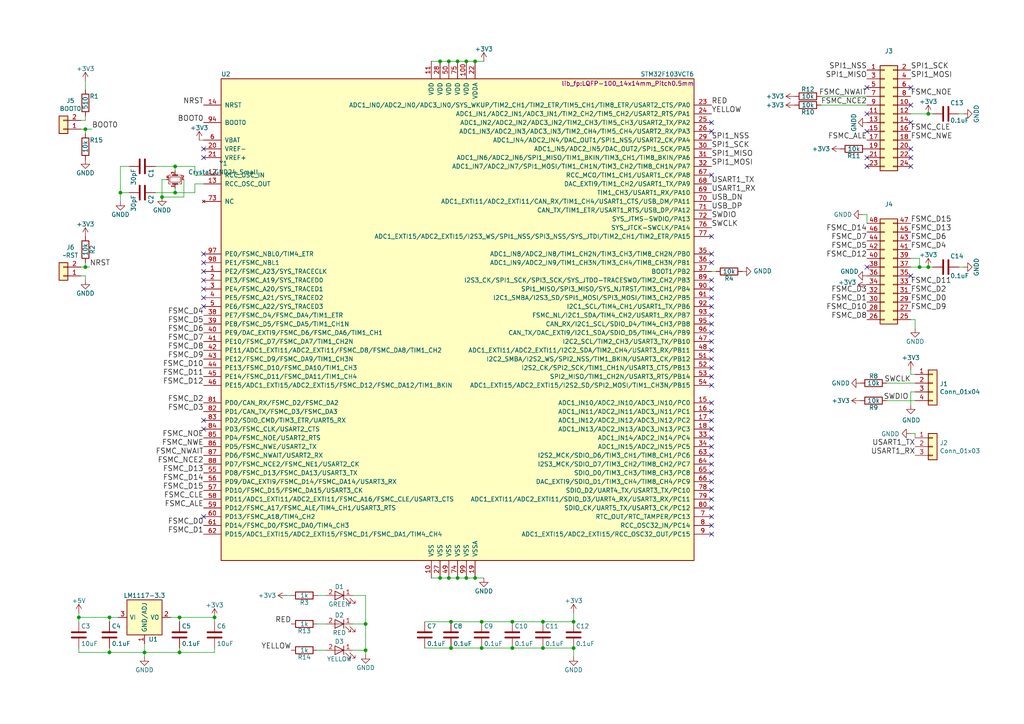
<source format=kicad_sch>
(kicad_sch (version 20211123) (generator eeschema)
  (paper "A4")
  (title_block (title "NANDO") (rev "v3.4"))
  (junction (at 266.7 77.47))
  (junction (at 34.925 55.88))
  (junction (at 24.765 37.465))
  (junction (at 130.175 167.64))
  (junction (at 52.07 179.07))
  (junction (at 157.48 180.34))
  (junction (at 135.255 167.64))
  (junction (at 166.37 187.96))
  (junction (at 130.81 180.34))
  (junction (at 52.07 189.23))
  (junction (at 354.33 156.21))
  (junction (at 62.23 179.07))
  (junction (at 130.175 17.78))
  (junction (at 346.71 153.67))
  (junction (at 127.635 17.78))
  (junction (at 50.8 48.26))
  (junction (at 31.75 179.07))
  (junction (at 41.91 189.23))
  (junction (at 24.765 77.47))
  (junction (at 137.795 17.78))
  (junction (at 139.7 180.34))
  (junction (at 148.59 180.34))
  (junction (at 106.045 180.975))
  (junction (at 157.48 187.96))
  (junction (at 148.59 187.96))
  (junction (at 130.81 187.96))
  (junction (at 31.75 189.23))
  (junction (at 127.635 167.64))
  (junction (at 50.8 55.88))
  (junction (at 22.86 179.07))
  (junction (at 106.045 188.595))
  (junction (at 132.715 17.78))
  (junction (at 139.7 187.96))
  (junction (at 135.255 17.78))
  (junction (at 166.37 180.34))
  (junction (at 137.795 167.64))
  (junction (at 132.715 167.64))
  (junction (at 269.24 33.02))
  (junction (at 346.71 156.21))
  (junction (at 46.99 57.15))
  (junction (at 269.24 77.47))
  (no_connect (at 206.375 83.82))
  (no_connect (at 251.46 38.1))
  (no_connect (at 206.375 121.92))
  (no_connect (at 206.375 152.4))
  (no_connect (at 59.055 83.82))
  (no_connect (at 206.375 127))
  (no_connect (at 206.375 73.66))
  (no_connect (at 206.375 86.36))
  (no_connect (at 206.375 68.58))
  (no_connect (at 206.375 139.7))
  (no_connect (at 251.46 25.4))
  (no_connect (at 206.375 106.68))
  (no_connect (at 59.055 73.66))
  (no_connect (at 206.375 111.76))
  (no_connect (at 206.375 124.46))
  (no_connect (at 206.375 81.28))
  (no_connect (at 206.375 142.24))
  (no_connect (at 59.055 149.86))
  (no_connect (at 206.375 137.16))
  (no_connect (at 206.375 116.84))
  (no_connect (at 264.16 30.48))
  (no_connect (at 59.055 45.72))
  (no_connect (at 206.375 38.1))
  (no_connect (at 206.375 99.06))
  (no_connect (at 206.375 101.6))
  (no_connect (at 206.375 119.38))
  (no_connect (at 206.375 109.22))
  (no_connect (at 331.47 166.37))
  (no_connect (at 59.055 76.2))
  (no_connect (at 59.055 88.9))
  (no_connect (at 59.055 78.74))
  (no_connect (at 206.375 134.62))
  (no_connect (at 206.375 144.78))
  (no_connect (at 206.375 149.86))
  (no_connect (at 264.16 48.26))
  (no_connect (at 264.16 43.18))
  (no_connect (at 206.375 132.08))
  (no_connect (at 59.055 43.18))
  (no_connect (at 206.375 93.98))
  (no_connect (at 59.055 86.36))
  (no_connect (at 264.16 35.56))
  (no_connect (at 206.375 50.8))
  (no_connect (at 206.375 35.56))
  (no_connect (at 206.375 91.44))
  (no_connect (at 206.375 88.9))
  (no_connect (at 206.375 154.94))
  (no_connect (at 264.16 25.4))
  (no_connect (at 206.375 104.14))
  (no_connect (at 59.055 81.28))
  (no_connect (at 59.055 124.46))
  (no_connect (at 206.375 96.52))
  (no_connect (at 206.375 147.32))
  (no_connect (at 206.375 76.2))
  (no_connect (at 251.46 48.26))
  (no_connect (at 251.46 33.02))
  (no_connect (at 59.055 121.92))
  (no_connect (at 251.46 77.47))
  (no_connect (at 331.47 168.91))
  (no_connect (at 206.375 129.54))
  (no_connect (at 264.16 80.01))
  (no_connect (at 251.46 45.72))
  (no_connect (at 264.16 45.72))
  (wire (pts (xy 37.465 55.88) (xy 34.925 55.88)))
  (wire (pts (xy 23.495 77.47) (xy 24.765 77.47)))
  (wire (pts (xy 175.26 369.57) (xy 187.96 369.57)))
  (wire (pts (xy 162.56 367.03) (xy 146.05 367.03)))
  (wire (pts (xy 339.09 143.51) (xy 344.17 143.51)))
  (wire (pts (xy 156.21 353.06) (xy 142.24 353.06)))
  (wire (pts (xy 66.04 382.27) (xy 104.14 382.27)))
  (wire (pts (xy 52.07 189.23) (xy 52.07 187.96)))
  (wire (pts (xy 102.235 188.595) (xy 106.045 188.595)))
  (wire (pts (xy 152.4 330.2) (xy 152.4 337.82)))
  (wire (pts (xy 123.19 180.34) (xy 130.81 180.34)))
  (wire (pts (xy 162.56 354.33) (xy 143.51 354.33)))
  (wire (pts (xy 91.44 351.79) (xy 109.22 351.79)))
  (wire (pts (xy 153.67 378.46) (xy 153.67 368.3)))
  (wire (pts (xy 91.44 341.63) (xy 104.14 341.63)))
  (wire (pts (xy 130.81 187.96) (xy 139.7 187.96)))
  (wire (pts (xy 264.16 113.665) (xy 265.43 113.665)))
  (wire (pts (xy 147.32 369.57) (xy 147.32 381)))
  (wire (pts (xy 22.86 189.23) (xy 31.75 189.23)))
  (wire (pts (xy 156.21 375.92) (xy 156.21 358.14)))
  (wire (pts (xy 346.71 153.67) (xy 354.33 153.67)))
  (wire (pts (xy 99.06 332.74) (xy 99.06 345.44)))
  (wire (pts (xy 66.04 325.12) (xy 111.76 325.12)))
  (wire (pts (xy 149.86 341.63) (xy 149.86 325.12)))
  (wire (pts (xy 109.22 351.79) (xy 109.22 347.98)))
  (wire (pts (xy 186.69 381) (xy 151.13 381)))
  (wire (pts (xy 109.22 368.3) (xy 111.76 368.3)))
  (wire (pts (xy 186.69 344.17) (xy 186.69 328.93)))
  (wire (pts (xy 52.07 189.23) (xy 62.23 189.23)))
  (wire (pts (xy 175.26 356.87) (xy 181.61 356.87)))
  (wire (pts (xy 152.4 373.38) (xy 142.24 373.38)))
  (wire (pts (xy 166.37 187.96) (xy 166.37 190.5)))
  (wire (pts (xy 68.58 364.49) (xy 68.58 379.73)))
  (wire (pts (xy 34.925 55.88) (xy 34.925 58.42)))
  (wire (pts (xy 91.44 367.03) (xy 106.68 367.03)))
  (wire (pts (xy 125.095 167.64) (xy 127.635 167.64)))
  (wire (pts (xy 266.7 74.93) (xy 266.7 77.47)))
  (wire (pts (xy 106.045 188.595) (xy 106.045 189.865)))
  (wire (pts (xy 69.85 349.25) (xy 69.85 331.47)))
  (wire (pts (xy 24.765 80.01) (xy 24.765 81.28)))
  (wire (pts (xy 56.515 53.34) (xy 59.055 53.34)))
  (wire (pts (xy 152.4 379.73) (xy 152.4 373.38)))
  (wire (pts (xy 331.47 156.21) (xy 346.71 156.21)))
  (wire (pts (xy 331.47 153.67) (xy 346.71 153.67)))
  (wire (pts (xy 100.33 363.22) (xy 111.76 363.22)))
  (wire (pts (xy 99.06 360.68) (xy 111.76 360.68)))
  (wire (pts (xy 50.8 54.61) (xy 50.8 55.88)))
  (wire (pts (xy 146.05 349.25) (xy 146.05 340.36)))
  (wire (pts (xy 78.74 349.25) (xy 69.85 349.25)))
  (wire (pts (xy 151.13 328.93) (xy 151.13 332.74)))
  (wire (pts (xy 97.79 334.01) (xy 97.79 350.52)))
  (wire (pts (xy 92.075 180.975) (xy 94.615 180.975)))
  (wire (pts (xy 143.51 350.52) (xy 142.24 350.52)))
  (wire (pts (xy 23.495 37.465) (xy 24.765 37.465)))
  (wire (pts (xy 109.22 347.98) (xy 111.76 347.98)))
  (wire (pts (xy 78.74 356.87) (xy 72.39 356.87)))
  (wire (pts (xy 101.6 370.84) (xy 111.76 370.84)))
  (wire (pts (xy 182.88 377.19) (xy 154.94 377.19)))
  (wire (pts (xy 104.14 381) (xy 111.76 381)))
  (wire (pts (xy 72.39 356.87) (xy 72.39 375.92)))
  (wire (pts (xy 132.715 167.64) (xy 135.255 167.64)))
  (wire (pts (xy 71.12 351.79) (xy 71.12 332.74)))
  (wire (pts (xy 147.32 346.71) (xy 147.32 335.28)))
  (wire (pts (xy 106.68 367.03) (xy 106.68 378.46)))
  (wire (pts (xy 91.44 361.95) (xy 109.22 361.95)))
  (wire (pts (xy 102.87 375.92) (xy 111.76 375.92)))
  (wire (pts (xy 184.15 331.47) (xy 153.67 331.47)))
  (wire (pts (xy 270.51 77.47) (xy 269.24 77.47)))
  (wire (pts (xy 184.15 378.46) (xy 153.67 378.46)))
  (wire (pts (xy 156.21 334.01) (xy 156.21 353.06)))
  (wire (pts (xy 250.19 62.23) (xy 251.46 62.23)))
  (wire (pts (xy 104.14 327.66) (xy 111.76 327.66)))
  (wire (pts (xy 148.59 344.17) (xy 148.59 330.2)))
  (wire (pts (xy 78.74 346.71) (xy 68.58 346.71)))
  (wire (pts (xy 182.88 351.79) (xy 182.88 332.74)))
  (wire (pts (xy 107.95 364.49) (xy 107.95 373.38)))
  (wire (pts (xy 154.94 332.74) (xy 154.94 347.98)))
  (wire (pts (xy 24.765 37.465) (xy 24.765 38.735)))
  (wire (pts (xy 99.06 377.19) (xy 99.06 360.68)))
  (wire (pts (xy 99.06 345.44) (xy 111.76 345.44)))
  (wire (pts (xy 72.39 354.33) (xy 72.39 334.01)))
  (wire (pts (xy 186.69 328.93) (xy 151.13 328.93)))
  (wire (pts (xy 22.86 179.07) (xy 31.75 179.07)))
  (wire (pts (xy 185.42 330.2) (xy 152.4 330.2)))
  (wire (pts (xy 238.125 27.94) (xy 251.46 27.94)))
  (wire (pts (xy 182.88 359.41) (xy 182.88 377.19)))
  (wire (pts (xy 106.045 180.975) (xy 106.045 188.595)))
  (wire (pts (xy 153.67 331.47) (xy 153.67 342.9)))
  (wire (pts (xy 148.59 187.96) (xy 157.48 187.96)))
  (wire (pts (xy 154.94 360.68) (xy 142.24 360.68)))
  (wire (pts (xy 154.94 377.19) (xy 154.94 363.22)))
  (wire (pts (xy 104.14 382.27) (xy 104.14 381)))
  (wire (pts (xy 49.53 179.07) (xy 52.07 179.07)))
  (wire (pts (xy 135.255 17.78) (xy 137.795 17.78)))
  (wire (pts (xy 331.47 138.43) (xy 335.28 138.43)))
  (wire (pts (xy 185.42 364.49) (xy 185.42 379.73)))
  (wire (pts (xy 162.56 349.25) (xy 146.05 349.25)))
  (wire (pts (xy 264.16 74.93) (xy 266.7 74.93)))
  (wire (pts (xy 206.375 78.74) (xy 207.645 78.74)))
  (wire (pts (xy 130.81 180.34) (xy 139.7 180.34)))
  (wire (pts (xy 162.56 369.57) (xy 147.32 369.57)))
  (wire (pts (xy 104.14 341.63) (xy 104.14 327.66)))
  (wire (pts (xy 175.26 367.03) (xy 186.69 367.03)))
  (wire (pts (xy 157.48 180.34) (xy 166.37 180.34)))
  (wire (pts (xy 264.16 117.475) (xy 264.16 113.665)))
  (wire (pts (xy 37.465 48.26) (xy 34.925 48.26)))
  (wire (pts (xy 66.04 369.57) (xy 66.04 382.27)))
  (wire (pts (xy 48.26 52.07) (xy 46.99 52.07)))
  (wire (pts (xy 68.58 346.71) (xy 68.58 330.2)))
  (wire (pts (xy 78.74 359.41) (xy 71.12 359.41)))
  (wire (pts (xy 50.8 55.88) (xy 56.515 55.88)))
  (wire (pts (xy 143.51 354.33) (xy 143.51 350.52)))
  (wire (pts (xy 78.74 361.95) (xy 69.85 361.95)))
  (wire (pts (xy 175.26 359.41) (xy 182.88 359.41)))
  (wire (pts (xy 66.04 341.63) (xy 66.04 325.12)))
  (wire (pts (xy 182.88 332.74) (xy 154.94 332.74)))
  (wire (pts (xy 187.96 327.66) (xy 142.24 327.66)))
  (wire (pts (xy 67.31 367.03) (xy 67.31 381)))
  (wire (pts (xy 56.515 55.88) (xy 56.515 53.34)))
  (wire (pts (xy 67.31 344.17) (xy 67.31 328.93)))
  (wire (pts (xy 26.035 77.47) (xy 24.765 77.47)))
  (wire (pts (xy 106.68 337.82) (xy 111.76 337.82)))
  (wire (pts (xy 78.74 367.03) (xy 67.31 367.03)))
  (wire (pts (xy 23.495 80.01) (xy 24.765 80.01)))
  (wire (pts (xy 46.99 52.07) (xy 46.99 57.15)))
  (wire (pts (xy 97.79 355.6) (xy 111.76 355.6)))
  (wire (pts (xy 91.44 359.41) (xy 100.33 359.41)))
  (wire (pts (xy 137.795 17.78) (xy 140.335 17.78)))
  (wire (pts (xy 146.05 375.92) (xy 142.24 375.92)))
  (wire (pts (xy 132.715 17.78) (xy 135.255 17.78)))
  (wire (pts (xy 91.44 349.25) (xy 107.95 349.25)))
  (wire (pts (xy 130.175 17.78) (xy 132.715 17.78)))
  (wire (pts (xy 156.21 356.87) (xy 156.21 355.6)))
  (wire (pts (xy 24.765 34.925) (xy 23.495 34.925)))
  (wire (pts (xy 101.6 330.2) (xy 101.6 335.28)))
  (wire (pts (xy 185.42 379.73) (xy 152.4 379.73)))
  (wire (pts (xy 22.86 179.07) (xy 22.86 180.34)))
  (wire (pts (xy 175.26 349.25) (xy 184.15 349.25)))
  (wire (pts (xy 31.75 189.23) (xy 41.91 189.23)))
  (wire (pts (xy 97.79 353.06) (xy 111.76 353.06)))
  (wire (pts (xy 137.795 167.64) (xy 140.335 167.64)))
  (wire (pts (xy 50.8 48.26) (xy 56.515 48.26)))
  (wire (pts (xy 148.59 330.2) (xy 142.24 330.2)))
  (wire (pts (xy 91.44 356.87) (xy 99.06 356.87)))
  (wire (pts (xy 175.26 344.17) (xy 186.69 344.17)))
  (wire (pts (xy 264.16 107.315) (xy 264.16 108.585)))
  (wire (pts (xy 135.255 167.64) (xy 137.795 167.64)))
  (wire (pts (xy 187.96 341.63) (xy 187.96 327.66)))
  (wire (pts (xy 175.26 341.63) (xy 187.96 341.63)))
  (wire (pts (xy 156.21 358.14) (xy 142.24 358.14)))
  (wire (pts (xy 162.56 364.49) (xy 144.78 364.49)))
  (wire (pts (xy 67.31 328.93) (xy 102.87 328.93)))
  (wire (pts (xy 166.37 180.34) (xy 166.37 177.8)))
  (wire (pts (xy 72.39 334.01) (xy 97.79 334.01)))
  (wire (pts (xy 130.175 167.64) (xy 132.715 167.64)))
  (wire (pts (xy 146.05 340.36) (xy 142.24 340.36)))
  (wire (pts (xy 69.85 331.47) (xy 100.33 331.47)))
  (wire (pts (xy 24.765 23.495) (xy 24.765 26.035)))
  (wire (pts (xy 143.51 361.95) (xy 143.51 365.76)))
  (wire (pts (xy 52.07 180.34) (xy 52.07 179.07)))
  (wire (pts (xy 105.41 332.74) (xy 111.76 332.74)))
  (wire (pts (xy 144.78 345.44) (xy 142.24 345.44)))
  (wire (pts (xy 331.47 151.13) (xy 346.71 151.13)))
  (wire (pts (xy 264.16 108.585) (xy 265.43 108.585)))
  (wire (pts (xy 156.21 355.6) (xy 142.24 355.6)))
  (wire (pts (xy 151.13 381) (xy 151.13 378.46)))
  (wire (pts (xy 67.31 381) (xy 102.87 381)))
  (wire (pts (xy 106.045 172.72) (xy 106.045 180.975)))
  (wire (pts (xy 153.67 342.9) (xy 142.24 342.9)))
  (wire (pts (xy 264.16 125.73) (xy 265.43 125.73)))
  (wire (pts (xy 50.8 48.26) (xy 50.8 49.53)))
  (wire (pts (xy 187.96 369.57) (xy 187.96 383.54)))
  (wire (pts (xy 99.06 356.87) (xy 99.06 358.14)))
  (wire (pts (xy 186.69 367.03) (xy 186.69 381)))
  (wire (pts (xy 24.765 33.655) (xy 24.765 34.925)))
  (wire (pts (xy 354.33 156.21) (xy 354.33 157.48)))
  (wire (pts (xy 68.58 379.73) (xy 101.6 379.73)))
  (wire (pts (xy 346.71 156.21) (xy 354.33 156.21)))
  (wire (pts (xy 91.44 364.49) (xy 107.95 364.49)))
  (wire (pts (xy 175.26 361.95) (xy 184.15 361.95)))
  (wire (pts (xy 22.86 187.96) (xy 22.86 189.23)))
  (wire (pts (xy 22.86 177.8) (xy 22.86 179.07)))
  (wire (pts (xy 107.95 349.25) (xy 107.95 342.9)))
  (wire (pts (xy 154.94 363.22) (xy 142.24 363.22)))
  (wire (pts (xy 346.71 158.75) (xy 346.71 156.21)))
  (wire (pts (xy 41.91 189.23) (xy 41.91 190.5)))
  (wire (pts (xy 162.56 359.41) (xy 154.94 359.41)))
  (wire (pts (xy 331.47 158.75) (xy 346.71 158.75)))
  (wire (pts (xy 97.79 375.92) (xy 97.79 355.6)))
  (wire (pts (xy 257.175 111.125) (xy 265.43 111.125)))
  (wire (pts (xy 184.15 349.25) (xy 184.15 331.47)))
  (wire (pts (xy 148.59 180.34) (xy 157.48 180.34)))
  (wire (pts (xy 100.33 331.47) (xy 100.33 340.36)))
  (wire (pts (xy 57.785 40.64) (xy 59.055 40.64)))
  (wire (pts (xy 45.085 48.26) (xy 50.8 48.26)))
  (wire (pts (xy 100.33 340.36) (xy 111.76 340.36)))
  (wire (pts (xy 102.87 330.2) (xy 111.76 330.2)))
  (wire (pts (xy 123.19 187.96) (xy 130.81 187.96)))
  (wire (pts (xy 162.56 344.17) (xy 148.59 344.17)))
  (wire (pts (xy 181.61 356.87) (xy 181.61 375.92)))
  (wire (pts (xy 102.87 328.93) (xy 102.87 330.2)))
  (wire (pts (xy 102.235 172.72) (xy 106.045 172.72)))
  (wire (pts (xy 78.74 351.79) (xy 71.12 351.79)))
  (wire (pts (xy 125.095 17.78) (xy 127.635 17.78)))
  (wire (pts (xy 68.58 330.2) (xy 101.6 330.2)))
  (wire (pts (xy 53.34 52.07) (xy 53.34 57.15)))
  (wire (pts (xy 56.515 50.8) (xy 56.515 48.26)))
  (wire (pts (xy 101.6 335.28) (xy 111.76 335.28)))
  (wire (pts (xy 151.13 332.74) (xy 142.24 332.74)))
  (wire (pts (xy 139.7 180.34) (xy 148.59 180.34)))
  (wire (pts (xy 143.51 365.76) (xy 142.24 365.76)))
  (wire (pts (xy 146.05 367.03) (xy 146.05 375.92)))
  (wire (pts (xy 69.85 361.95) (xy 69.85 378.46)))
  (wire (pts (xy 92.075 188.595) (xy 94.615 188.595)))
  (wire (pts (xy 78.74 364.49) (xy 68.58 364.49)))
  (wire (pts (xy 71.12 332.74) (xy 99.06 332.74)))
  (wire (pts (xy 257.175 116.205) (xy 265.43 116.205)))
  (wire (pts (xy 31.75 187.96) (xy 31.75 189.23)))
  (wire (pts (xy 105.41 344.17) (xy 105.41 332.74)))
  (wire (pts (xy 152.4 337.82) (xy 142.24 337.82)))
  (wire (pts (xy 106.68 378.46) (xy 111.76 378.46)))
  (wire (pts (xy 264.16 92.71) (xy 265.43 92.71)))
  (wire (pts (xy 127.635 167.64) (xy 130.175 167.64)))
  (wire (pts (xy 91.44 344.17) (xy 105.41 344.17)))
  (wire (pts (xy 31.75 179.07) (xy 31.75 180.34)))
  (wire (pts (xy 175.26 354.33) (xy 181.61 354.33)))
  (wire (pts (xy 78.74 369.57) (xy 66.04 369.57)))
  (wire (pts (xy 265.43 92.71) (xy 265.43 95.25)))
  (wire (pts (xy 162.56 341.63) (xy 149.86 341.63)))
  (wire (pts (xy 151.13 378.46) (xy 142.24 378.46)))
  (wire (pts (xy 144.78 370.84) (xy 142.24 370.84)))
  (wire (pts (xy 278.13 77.47) (xy 279.4 77.47)))
  (wire (pts (xy 72.39 354.33) (xy 78.74 354.33)))
  (wire (pts (xy 102.235 180.975) (xy 106.045 180.975)))
  (wire (pts (xy 78.74 341.63) (xy 66.04 341.63)))
  (wire (pts (xy 101.6 379.73) (xy 101.6 370.84)))
  (wire (pts (xy 107.95 373.38) (xy 111.76 373.38)))
  (wire (pts (xy 139.7 187.96) (xy 148.59 187.96)))
  (wire (pts (xy 175.26 346.71) (xy 185.42 346.71)))
  (wire (pts (xy 162.56 361.95) (xy 143.51 361.95)))
  (wire (pts (xy 184.15 361.95) (xy 184.15 378.46)))
  (wire (pts (xy 266.7 77.47) (xy 264.16 77.47)))
  (wire (pts (xy 69.85 378.46) (xy 100.33 378.46)))
  (wire (pts (xy 31.75 179.07) (xy 34.29 179.07)))
  (wire (pts (xy 109.22 361.95) (xy 109.22 368.3)))
  (wire (pts (xy 83.185 172.72) (xy 84.455 172.72)))
  (wire (pts (xy 147.32 381) (xy 142.24 381)))
  (wire (pts (xy 45.085 55.88) (xy 50.8 55.88)))
  (wire (pts (xy 278.13 33.02) (xy 279.4 33.02)))
  (wire (pts (xy 269.24 77.47) (xy 266.7 77.47)))
  (wire (pts (xy 107.95 342.9) (xy 111.76 342.9)))
  (wire (pts (xy 106.68 346.71) (xy 106.68 337.82)))
  (wire (pts (xy 105.41 369.57) (xy 105.41 383.54)))
  (wire (pts (xy 62.23 189.23) (xy 62.23 187.96)))
  (wire (pts (xy 59.055 50.8) (xy 56.515 50.8)))
  (wire (pts (xy 102.87 381) (xy 102.87 375.92)))
  (wire (pts (xy 52.07 179.07) (xy 62.23 179.07)))
  (wire (pts (xy 99.06 358.14) (xy 111.76 358.14)))
  (wire (pts (xy 264.16 33.02) (xy 269.24 33.02)))
  (wire (pts (xy 62.23 179.07) (xy 62.23 180.34)))
  (wire (pts (xy 162.56 351.79) (xy 144.78 351.79)))
  (wire (pts (xy 181.61 375.92) (xy 156.21 375.92)))
  (wire (pts (xy 181.61 354.33) (xy 181.61 334.01)))
  (wire (pts (xy 185.42 346.71) (xy 185.42 330.2)))
  (wire (pts (xy 175.26 364.49) (xy 185.42 364.49)))
  (wire (pts (xy 91.44 369.57) (xy 105.41 369.57)))
  (wire (pts (xy 144.78 351.79) (xy 144.78 345.44)))
  (wire (pts (xy 91.44 354.33) (xy 97.79 354.33)))
  (wire (pts (xy 364.49 156.21) (xy 361.95 156.21)))
  (wire (pts (xy 269.24 33.02) (xy 270.51 33.02)))
  (wire (pts (xy 344.17 146.05) (xy 339.09 146.05)))
  (wire (pts (xy 364.49 153.67) (xy 361.95 153.67)))
  (wire (pts (xy 92.075 172.72) (xy 94.615 172.72)))
  (wire (pts (xy 162.56 346.71) (xy 147.32 346.71)))
  (wire (pts (xy 41.91 186.69) (xy 41.91 189.23)))
  (wire (pts (xy 24.765 77.47) (xy 24.765 76.2)))
  (wire (pts (xy 78.74 344.17) (xy 67.31 344.17)))
  (wire (pts (xy 72.39 375.92) (xy 97.79 375.92)))
  (wire (pts (xy 346.71 151.13) (xy 346.71 153.67)))
  (wire (pts (xy 175.26 351.79) (xy 182.88 351.79)))
  (wire (pts (xy 162.56 356.87) (xy 156.21 356.87)))
  (wire (pts (xy 157.48 187.96) (xy 166.37 187.96)))
  (wire (pts (xy 53.34 57.15) (xy 46.99 57.15)))
  (wire (pts (xy 149.86 325.12) (xy 142.24 325.12)))
  (wire (pts (xy 100.33 359.41) (xy 100.33 363.22)))
  (wire (pts (xy 265.43 125.73) (xy 265.43 127)))
  (wire (pts (xy 127.635 17.78) (xy 130.175 17.78)))
  (wire (pts (xy 26.67 37.465) (xy 24.765 37.465)))
  (wire (pts (xy 97.79 350.52) (xy 111.76 350.52)))
  (wire (pts (xy 105.41 383.54) (xy 111.76 383.54)))
  (wire (pts (xy 100.33 378.46) (xy 100.33 365.76)))
  (wire (pts (xy 153.67 368.3) (xy 142.24 368.3)))
  (wire (pts (xy 251.46 62.23) (xy 251.46 64.77)))
  (wire (pts (xy 144.78 364.49) (xy 144.78 370.84)))
  (wire (pts (xy 71.12 377.19) (xy 99.06 377.19)))
  (wire (pts (xy 41.91 189.23) (xy 52.07 189.23)))
  (wire (pts (xy 147.32 335.28) (xy 142.24 335.28)))
  (wire (pts (xy 154.94 347.98) (xy 142.24 347.98)))
  (wire (pts (xy 34.925 48.26) (xy 34.925 55.88)))
  (wire (pts (xy 154.94 359.41) (xy 154.94 360.68)))
  (wire (pts (xy 187.96 383.54) (xy 142.24 383.54)))
  (wire (pts (xy 91.44 346.71) (xy 106.68 346.71)))
  (wire (pts (xy 100.33 365.76) (xy 111.76 365.76)))
  (wire (pts (xy 71.12 359.41) (xy 71.12 377.19)))
  (wire (pts (xy 181.61 334.01) (xy 156.21 334.01)))
  (wire (pts (xy 97.79 354.33) (xy 97.79 353.06)))
  (wire (pts (xy 238.125 30.48) (xy 251.46 30.48)))
  (label "FSMC_D10" (at 59.055 106.68 180) (effects (font (size 1.524 1.524))))
  (label "SWCLK" (at 264.16 111.125 180) (effects (font (size 1.524 1.524))))
  (label "FSMC_D2" (at 59.055 116.84 180) (effects (font (size 1.524 1.524))))
  (label "FSMC_D14" (at 251.46 67.31 180) (effects (font (size 1.524 1.524))))
  (label "FSMC_NCE2" (at 251.46 30.48 180) (effects (font (size 1.524 1.524))))
  (label "FSMC_D2" (at 264.16 85.09 0) (effects (font (size 1.524 1.524))))
  (label "SPI1_SCK" (at 206.375 43.18 0) (effects (font (size 1.524 1.524))))
  (label "SPI1_NSS" (at 251.46 20.32 180) (effects (font (size 1.524 1.524))))
  (label "FSMC_D13" (at 59.055 137.16 180) (effects (font (size 1.524 1.524))))
  (label "USART1_RX" (at 206.375 55.88 0) (effects (font (size 1.524 1.524))))
  (label "SWDIO" (at 206.375 63.5 0) (effects (font (size 1.524 1.524))))
  (label "FSMC_D11" (at 59.055 109.22 180) (effects (font (size 1.524 1.524))))
  (label "FSMC_D9" (at 264.16 90.17 0) (effects (font (size 1.524 1.524))))
  (label "FSMC_D4" (at 59.055 91.44 180) (effects (font (size 1.524 1.524))))
  (label "FSMC_D7" (at 59.055 99.06 180) (effects (font (size 1.524 1.524))))
  (label "FSMC_D6" (at 264.16 69.85 0) (effects (font (size 1.524 1.524))))
  (label "USB_DP" (at 364.49 156.21 0) (effects (font (size 1.524 1.524))))
  (label "FSMC_D8" (at 59.055 101.6 180) (effects (font (size 1.524 1.524))))
  (label "FSMC_D15" (at 59.055 142.24 180) (effects (font (size 1.524 1.524))))
  (label "SPI1_MISO" (at 251.46 22.86 180) (effects (font (size 1.524 1.524))))
  (label "USART1_RX" (at 265.43 132.08 180) (effects (font (size 1.524 1.524))))
  (label "FSMC_NWAIT" (at 59.055 132.08 180) (effects (font (size 1.524 1.524))))
  (label "FSMC_D5" (at 251.46 72.39 180) (effects (font (size 1.524 1.524))))
  (label "FSMC_D11" (at 264.16 82.55 0) (effects (font (size 1.524 1.524))))
  (label "FSMC_D6" (at 59.055 96.52 180) (effects (font (size 1.524 1.524))))
  (label "FSMC_NCE2" (at 59.055 134.62 180) (effects (font (size 1.524 1.524))))
  (label "RED" (at 84.455 180.975 180) (effects (font (size 1.524 1.524))))
  (label "NRST" (at 59.055 30.48 180) (effects (font (size 1.524 1.524))))
  (label "FSMC_D8" (at 251.46 92.71 180) (effects (font (size 1.524 1.524))))
  (label "FSMC_D1" (at 251.46 87.63 180) (effects (font (size 1.524 1.524))))
  (label "YELLOW" (at 84.455 188.595 180) (effects (font (size 1.524 1.524))))
  (label "FSMC_NWE" (at 264.16 40.64 0) (effects (font (size 1.524 1.524))))
  (label "FSMC_D7" (at 251.46 69.85 180) (effects (font (size 1.524 1.524))))
  (label "FSMC_NWAIT" (at 251.46 27.94 180) (effects (font (size 1.524 1.524))))
  (label "FSMC_D15" (at 264.16 64.77 0) (effects (font (size 1.524 1.524))))
  (label "FSMC_D3" (at 59.055 119.38 180) (effects (font (size 1.524 1.524))))
  (label "YELLOW" (at 206.375 33.02 0) (effects (font (size 1.524 1.524))))
  (label "SPI1_MOSI" (at 264.16 22.86 0) (effects (font (size 1.524 1.524))))
  (label "SPI1_SCK" (at 264.16 20.32 0) (effects (font (size 1.524 1.524))))
  (label "FSMC_D9" (at 59.055 104.14 180) (effects (font (size 1.524 1.524))))
  (label "USB_DN" (at 206.375 58.42 0) (effects (font (size 1.524 1.524))))
  (label "FSMC_NOE" (at 59.055 127 180) (effects (font (size 1.524 1.524))))
  (label "FSMC_D3" (at 251.46 85.09 180) (effects (font (size 1.524 1.524))))
  (label "FSMC_CLE" (at 264.16 38.1 0) (effects (font (size 1.524 1.524))))
  (label "SPI1_MOSI" (at 206.375 48.26 0) (effects (font (size 1.524 1.524))))
  (label "FSMC_D0" (at 264.16 87.63 0) (effects (font (size 1.524 1.524))))
  (label "BOOT0" (at 59.055 35.56 180) (effects (font (size 1.524 1.524))))
  (label "FSMC_D1" (at 59.055 154.94 180) (effects (font (size 1.524 1.524))))
  (label "FSMC_D14" (at 59.055 139.7 180) (effects (font (size 1.524 1.524))))
  (label "FSMC_CLE" (at 59.055 144.78 180) (effects (font (size 1.524 1.524))))
  (label "USB_P" (at 346.71 156.21 0) (effects (font (size 1.524 1.524))))
  (label "FSMC_D12" (at 59.055 111.76 180) (effects (font (size 1.524 1.524))))
  (label "USART1_TX" (at 206.375 53.34 0) (effects (font (size 1.524 1.524))))
  (label "USB_DP" (at 206.375 60.96 0) (effects (font (size 1.524 1.524))))
  (label "FSMC_D0" (at 59.055 152.4 180) (effects (font (size 1.524 1.524))))
  (label "USART1_TX" (at 265.43 129.54 180) (effects (font (size 1.524 1.524))))
  (label "SWDIO" (at 263.525 116.205 180) (effects (font (size 1.524 1.524))))
  (label "SPI1_NSS" (at 206.375 40.64 0) (effects (font (size 1.524 1.524))))
  (label "SWCLK" (at 206.375 66.04 0) (effects (font (size 1.524 1.524))))
  (label "FSMC_ALE" (at 251.46 40.64 180) (effects (font (size 1.524 1.524))))
  (label "USB_DN" (at 364.49 153.67 0) (effects (font (size 1.524 1.524))))
  (label "BOOT0" (at 26.67 37.465 0) (effects (font (size 1.524 1.524))))
  (label "RED" (at 206.375 30.48 0) (effects (font (size 1.524 1.524))))
  (label "SPI1_MISO" (at 206.375 45.72 0) (effects (font (size 1.524 1.524))))
  (label "USB_N" (at 346.71 153.67 0) (effects (font (size 1.524 1.524))))
  (label "FSMC_D4" (at 264.16 72.39 0) (effects (font (size 1.524 1.524))))
  (label "FSMC_ALE" (at 59.055 147.32 180) (effects (font (size 1.524 1.524))))
  (label "NRST" (at 26.035 77.47 0) (effects (font (size 1.524 1.524))))
  (label "FSMC_NWE" (at 59.055 129.54 180) (effects (font (size 1.524 1.524))))
  (label "FSMC_NOE" (at 264.16 27.94 0) (effects (font (size 1.524 1.524))))
  (label "FSMC_D13" (at 264.16 67.31 0) (effects (font (size 1.524 1.524))))
  (label "FSMC_D12" (at 251.46 74.93 180) (effects (font (size 1.524 1.524))))
  (label "FSMC_D5" (at 59.055 93.98 180) (effects (font (size 1.524 1.524))))
  (label "FSMC_D10" (at 251.46 90.17 180) (effects (font (size 1.524 1.524))))
  (symbol (lib_id "nand_programmator:STM32F103VCTx") (at 132.715 93.98 0) (unit 1)
    (property "Reference" "U2" (at 64.135 22.225 0) (effects (justify left bottom)))
    (property "Value" "STM32F103VCT6" (at 201.295 22.225 0) (effects (justify right bottom)))
    (property "Footprint" "lib_fp:LQFP-100_14x14mm_Pitch0.5mm" (at 201.295 23.495 0) (effects (justify right top)))
    (property "Farnell Ref" "1624139" (effects hide))
  )
  (symbol (lib_id "nand_programmator:LM1117-3.3") (at 41.91 179.07 0) (unit 1)
    (property "Reference" "U1" (at 44.45 185.42 0))
    (property "Value" "LM1117-3.3" (at 41.91 172.72 0))
    (property "Footprint" "lib_fp:SOT-223" (effects hide))
    (property "Farnell Ref" "3007498" (effects hide))
  )
  (symbol (lib_id "nand_programmator:+5V") (at 22.86 177.8 0) (unit 1)
    (property "Reference" "#PWR04" (effects hide))
    (property "Value" "+5V" (at 22.86 174.244 0))
  )
  (symbol (lib_id "nand_programmator:GNDD") (at 41.91 190.5 0) (unit 1)
    (property "Reference" "#PWR07" (effects hide))
    (property "Value" "GNDD" (at 41.91 194.31 0))
  )
  (symbol (lib_id "nand_programmator:C") (at 31.75 184.15 0) (unit 1)
    (property "Reference" "C4" (at 32.385 181.61 0) (effects (justify left)))
    (property "Value" "0.1uF" (at 32.385 186.69 0) (effects (justify left)))
    (property "Footprint" "Capacitor_SMD:C_0402_1005Metric" (effects hide))
    (property "Farnell Ref" "2320839" (effects hide))
  )
  (symbol (lib_id "nand_programmator:+3.3V") (at 62.23 179.07 0) (unit 1)
    (property "Reference" "#PWR08" (effects hide))
    (property "Value" "+3.3V" (at 62.23 175.514 0))
  )
  (symbol (lib_id "nand_programmator:+3.3V") (at 140.335 17.78 0) (unit 1)
    (property "Reference" "#PWR011" (effects hide))
    (property "Value" "+3.3V" (at 140.335 14.224 0))
  )
  (symbol (lib_id "nand_programmator:GNDD") (at 140.335 167.64 0) (unit 1)
    (property "Reference" "#PWR012" (effects hide))
    (property "Value" "GNDD" (at 140.335 171.45 0))
  )
  (symbol (lib_id "nand_programmator:C") (at 41.275 48.26 270) (unit 1)
    (property "Reference" "C1" (at 43.815 48.895 0) (effects (justify left)))
    (property "Value" "30pF" (at 38.735 48.895 0) (effects (justify left)))
    (property "Footprint" "Capacitor_SMD:C_0402_1005Metric" (effects hide))
    (property "Farnell Ref" "2905258" (effects hide))
  )
  (symbol (lib_id "nand_programmator:C") (at 41.275 55.88 270) (unit 1)
    (property "Reference" "C2" (at 43.815 56.515 0) (effects (justify left)))
    (property "Value" "30pF" (at 38.735 56.515 0) (effects (justify left)))
    (property "Footprint" "Capacitor_SMD:C_0402_1005Metric" (effects hide))
    (property "Farnell Ref" "2905258" (effects hide))
  )
  (symbol (lib_id "nand_programmator:GNDD") (at 34.925 58.42 0) (unit 1)
    (property "Reference" "#PWR03" (effects hide))
    (property "Value" "GNDD" (at 34.925 62.23 0))
  )
  (symbol (lib_id "nand_programmator:GNDD") (at 24.765 46.355 0) (unit 1)
    (property "Reference" "#PWR02" (effects hide))
    (property "Value" "GNDD" (at 24.765 50.165 0))
  )
  (symbol (lib_id "nand_programmator:+3.3V") (at 57.785 40.64 0) (unit 1)
    (property "Reference" "#PWR06" (effects hide))
    (property "Value" "+3.3V" (at 57.785 37.084 0))
  )
  (symbol (lib_id "nand_programmator:R") (at 24.765 72.39 0) (unit 1)
    (property "Reference" "R2" (at 26.797 72.39 90))
    (property "Value" "10k" (at 24.765 72.39 90))
    (property "Footprint" "Resistor_SMD:R_0402_1005Metric" (effects hide))
    (property "Farnell Ref" "2447553" (effects hide))
  )
  (symbol (lib_id "nand_programmator:+3.3V") (at 24.765 68.58 0) (unit 1)
    (property "Reference" "#PWR05" (effects hide))
    (property "Value" "+3.3V" (at 24.765 65.024 0))
  )
  (symbol (lib_id "nand_programmator:LED") (at 98.425 172.72 0) (mirror y) (unit 1)
    (property "Reference" "D1" (at 98.425 170.18 0))
    (property "Value" "GREEN" (at 98.425 175.26 0))
    (property "Footprint" "LED_SMD:LED_0402_1005Metric" (effects hide))
    (property "Farnell Ref" "2099239" (effects hide))
  )
  (symbol (lib_id "nand_programmator:+3.3V") (at 83.185 172.72 90) (unit 1)
    (property "Reference" "#PWR09" (effects hide))
    (property "Value" "+3.3V" (at 77.47 172.72 90))
  )
  (symbol (lib_id "nand_programmator:R") (at 88.265 172.72 270) (unit 1)
    (property "Reference" "R3" (at 88.265 174.752 90))
    (property "Value" "1k" (at 88.265 172.72 90))
    (property "Footprint" "Resistor_SMD:R_0402_1005Metric" (effects hide))
    (property "Farnell Ref" "2447587" (effects hide))
  )
  (symbol (lib_id "nand_programmator:R") (at 234.315 27.94 90) (unit 1)
    (property "Reference" "R12" (at 234.315 25.908 90))
    (property "Value" "10k" (at 234.315 27.94 90))
    (property "Footprint" "Resistor_SMD:R_0402_1005Metric" (effects hide))
    (property "Farnell Ref" "2447553" (effects hide))
  )
  (symbol (lib_id "nand_programmator:+3.3V") (at 230.505 27.94 90) (unit 1)
    (property "Reference" "#PWR026" (effects hide))
    (property "Value" "+3.3V" (at 224.79 27.94 90))
  )
  (symbol (lib_id "nand_programmator:+3.3V") (at 269.24 33.02 0) (unit 1)
    (property "Reference" "#PWR027" (effects hide))
    (property "Value" "+3.3V" (at 269.24 29.464 0))
  )
  (symbol (lib_id "nand_programmator:GNDD") (at 279.4 33.02 90) (unit 1)
    (property "Reference" "#PWR028" (effects hide))
    (property "Value" "GNDD" (at 283.21 33.02 0))
  )
  (symbol (lib_id "nand_programmator:R") (at 247.65 43.18 270) (unit 1)
    (property "Reference" "R11" (at 247.65 45.212 90))
    (property "Value" "10k" (at 247.65 43.18 90))
    (property "Footprint" "Resistor_SMD:R_0402_1005Metric" (effects hide))
    (property "Farnell Ref" "2447553" (effects hide))
  )
  (symbol (lib_id "nand_programmator:R") (at 234.315 30.48 270) (unit 1)
    (property "Reference" "R10" (at 234.315 32.512 90))
    (property "Value" "10k" (at 234.315 30.48 90))
    (property "Footprint" "Resistor_SMD:R_0402_1005Metric" (effects hide))
    (property "Farnell Ref" "2447553" (effects hide))
  )
  (symbol (lib_id "nand_programmator:+3.3V") (at 243.84 43.18 90) (unit 1)
    (property "Reference" "#PWR025" (effects hide))
    (property "Value" "+3.3V" (at 238.125 43.18 90))
  )
  (symbol (lib_id "nand_programmator:GNDD") (at 279.4 77.47 90) (unit 1)
    (property "Reference" "#PWR030" (effects hide))
    (property "Value" "GNDD" (at 283.21 77.47 0))
  )
  (symbol (lib_id "nand_programmator:+3.3V") (at 269.24 77.47 0) (unit 1)
    (property "Reference" "#PWR029" (effects hide))
    (property "Value" "+3.3V" (at 269.24 73.914 0))
  )
  (symbol (lib_id "nand_programmator:C") (at 123.19 184.15 0) (unit 1)
    (property "Reference" "C7" (at 123.825 181.61 0) (effects (justify left)))
    (property "Value" "0.1uF" (at 123.825 186.69 0) (effects (justify left)))
    (property "Footprint" "Capacitor_SMD:C_0402_1005Metric" (effects hide))
    (property "Farnell Ref" "2320839" (effects hide))
  )
  (symbol (lib_id "nand_programmator:C") (at 52.07 184.15 0) (unit 1)
    (property "Reference" "C5" (at 52.705 181.61 0) (effects (justify left)))
    (property "Value" "0.1uF" (at 52.705 186.69 0) (effects (justify left)))
    (property "Footprint" "Capacitor_SMD:C_0402_1005Metric" (effects hide))
    (property "Farnell Ref" "2320839" (effects hide))
  )
  (symbol (lib_id "nand_programmator:C") (at 22.86 184.15 0) (unit 1)
    (property "Reference" "C3" (at 23.495 181.61 0) (effects (justify left)))
    (property "Value" "10uF" (at 23.495 186.69 0) (effects (justify left)))
    (property "Footprint" "Capacitor_SMD:C_0603_1608Metric" (effects hide))
    (property "Farnell Ref" "2112850" (effects hide))
  )
  (symbol (lib_id "nand_programmator:C") (at 62.23 184.15 0) (unit 1)
    (property "Reference" "C6" (at 62.865 181.61 0) (effects (justify left)))
    (property "Value" "10uF" (at 62.865 186.69 0) (effects (justify left)))
    (property "Footprint" "Capacitor_SMD:C_0603_1608Metric" (effects hide))
    (property "Farnell Ref" "2112850" (effects hide))
  )
  (symbol (lib_id "nand_programmator:+3.3V") (at 230.505 30.48 90) (unit 1)
    (property "Reference" "#PWR018" (effects hide))
    (property "Value" "+3.3V" (at 224.79 30.48 90))
  )
  (symbol (lib_id "nand_programmator:C") (at 274.32 77.47 270) (unit 1)
    (property "Reference" "C14" (at 275.59 74.295 90) (effects (justify left)))
    (property "Value" "0.1uF" (at 275.59 80.01 90) (effects (justify left)))
    (property "Footprint" "Capacitor_SMD:C_0402_1005Metric" (effects hide))
    (property "Farnell Ref" "2320839" (effects hide))
  )
  (symbol (lib_id "nand_programmator:C") (at 274.32 33.02 270) (unit 1)
    (property "Reference" "C13" (at 275.59 29.845 90) (effects (justify left)))
    (property "Value" "0.1uF" (at 275.59 34.925 90) (effects (justify left)))
    (property "Footprint" "Capacitor_SMD:C_0402_1005Metric" (effects hide))
    (property "Farnell Ref" "2320839" (effects hide))
  )
  (symbol (lib_id "nand_programmator:C") (at 130.81 184.15 0) (unit 1)
    (property "Reference" "C8" (at 131.445 181.61 0) (effects (justify left)))
    (property "Value" "0.1uF" (at 131.445 186.69 0) (effects (justify left)))
    (property "Footprint" "Capacitor_SMD:C_0402_1005Metric" (effects hide))
    (property "Farnell Ref" "2320839" (effects hide))
  )
  (symbol (lib_id "nand_programmator:C") (at 139.7 184.15 0) (unit 1)
    (property "Reference" "C9" (at 140.335 181.61 0) (effects (justify left)))
    (property "Value" "0.1uF" (at 140.335 186.69 0) (effects (justify left)))
    (property "Footprint" "Capacitor_SMD:C_0402_1005Metric" (effects hide))
    (property "Farnell Ref" "2320839" (effects hide))
  )
  (symbol (lib_id "nand_programmator:C") (at 148.59 184.15 0) (unit 1)
    (property "Reference" "C10" (at 149.225 181.61 0) (effects (justify left)))
    (property "Value" "0.1uF" (at 149.225 186.69 0) (effects (justify left)))
    (property "Footprint" "Capacitor_SMD:C_0402_1005Metric" (effects hide))
    (property "Farnell Ref" "2320839" (effects hide))
  )
  (symbol (lib_id "nand_programmator:C") (at 157.48 184.15 0) (unit 1)
    (property "Reference" "C11" (at 158.115 181.61 0) (effects (justify left)))
    (property "Value" "0.1uF" (at 158.115 186.69 0) (effects (justify left)))
    (property "Footprint" "Capacitor_SMD:C_0402_1005Metric" (effects hide))
    (property "Farnell Ref" "2320839" (effects hide))
  )
  (symbol (lib_id "nand_programmator:C") (at 166.37 184.15 0) (unit 1)
    (property "Reference" "C12" (at 167.005 181.61 0) (effects (justify left)))
    (property "Value" "0.1uF" (at 167.005 186.69 0) (effects (justify left)))
    (property "Footprint" "Capacitor_SMD:C_0402_1005Metric" (effects hide))
    (property "Farnell Ref" "2320839" (effects hide))
  )
  (symbol (lib_id "nand_programmator:GNDD") (at 166.37 190.5 0) (unit 1)
    (property "Reference" "#PWR014" (effects hide))
    (property "Value" "GNDD" (at 166.37 194.31 0))
  )
  (symbol (lib_id "nand_programmator:+3.3V") (at 166.37 177.8 0) (unit 1)
    (property "Reference" "#PWR013" (effects hide))
    (property "Value" "+3.3V" (at 166.37 174.244 0))
  )
  (symbol (lib_id "nand_programmator:GNDD") (at 215.265 78.74 90) (unit 1)
    (property "Reference" "#PWR016" (effects hide))
    (property "Value" "GNDD" (at 218.5162 78.613 90) (effects (justify right)))
  )
  (symbol (lib_id "nand_programmator:Conn_01x04") (at 270.51 111.125 0) (unit 1)
    (property "Reference" "J1" (at 272.542 111.3282 0) (effects (justify left)))
    (property "Value" "Conn_01x04" (at 272.542 113.6396 0) (effects (justify left)))
    (property "Footprint" "lib_fp:PinHeader_1x04_P2.54mm_Vertical" (effects hide))
    (property "Farnell Ref" "3049529" (effects hide))
  )
  (symbol (lib_id "nand_programmator:+3.3V") (at 264.16 107.315 0) (unit 1)
    (property "Reference" "#PWR023" (effects hide))
    (property "Value" "+3.3V" (at 264.16 103.759 0))
  )
  (symbol (lib_id "nand_programmator:R") (at 211.455 78.74 270) (unit 1)
    (property "Reference" "R4" (at 211.455 80.772 90))
    (property "Value" "10k" (at 211.455 78.74 90))
    (property "Footprint" "Resistor_SMD:R_0402_1005Metric" (effects hide))
    (property "Farnell Ref" "2447553" (effects hide))
  )
  (symbol (lib_id "nand_programmator:GNDD") (at 249.555 111.125 270) (unit 1)
    (property "Reference" "#PWR019" (effects hide))
    (property "Value" "GNDD" (at 243.84 111.125 90))
  )
  (symbol (lib_id "nand_programmator:R") (at 253.365 111.125 90) (unit 1)
    (property "Reference" "R8" (at 253.365 109.093 90))
    (property "Value" "10k" (at 253.365 111.125 90))
    (property "Footprint" "Resistor_SMD:R_0402_1005Metric" (effects hide))
    (property "Farnell Ref" "2447553" (effects hide))
  )
  (symbol (lib_id "nand_programmator:R") (at 253.365 116.205 90) (mirror x) (unit 1)
    (property "Reference" "R9" (at 253.365 118.237 90))
    (property "Value" "10k" (at 253.365 116.205 90))
    (property "Footprint" "Resistor_SMD:R_0402_1005Metric" (effects hide))
    (property "Farnell Ref" "2447553" (effects hide))
  )
  (symbol (lib_id "nand_programmator:GNDD") (at 264.16 117.475 0) (unit 1)
    (property "Reference" "#PWR024" (effects hide))
    (property "Value" "GNDD" (at 264.287 121.8692 0))
  )
  (symbol (lib_id "nand_programmator:+3.3V") (at 249.555 116.205 90) (unit 1)
    (property "Reference" "#PWR020" (effects hide))
    (property "Value" "+3.3V" (at 243.84 116.205 90))
  )
  (symbol (lib_id "nand_programmator:Conn_02x12_Odd_Even_Left") (at 256.54 33.02 0) (unit 1)
    (property "Reference" "J3" (at 257.81 14.8082 0))
    (property "Value" "Conn_02x12_Odd_Even_Left" (effects hide))
    (property "Footprint" "lib_fp:PinHeader_2x12_P2.54mm_Vertical" (effects hide))
    (property "Farnell Ref" "3049468" (effects hide))
  )
  (symbol (lib_id "nand_programmator:Conn_02x12_Odd_Even_Right") (at 256.54 77.47 0) (unit 1)
    (property "Reference" "J4" (at 257.81 59.2582 0))
    (property "Value" "Conn_02x12_Odd_Even_Right" (effects hide))
    (property "Footprint" "lib_fp:PinHeader_2x12_P2.54mm_Vertical_2" (effects hide))
    (property "Farnell Ref" "3049468" (effects hide))
  )
  (symbol (lib_id "nand_programmator:Conn_01x03") (at 270.51 129.54 0) (unit 1)
    (property "Reference" "J2" (at 272.542 128.4732 0) (effects (justify left)))
    (property "Value" "Conn_01x03" (at 272.542 130.7846 0) (effects (justify left)))
    (property "Footprint" "lib_fp:PinHeader_1x03_P2.54mm_Vertical" (effects hide))
    (property "Farnell Ref" "3049527" (effects hide))
  )
  (symbol (lib_id "nand_programmator:GNDD") (at 264.16 125.73 270) (unit 1)
    (property "Reference" "#PWR031" (effects hide))
    (property "Value" "GNDD" (at 260.9088 125.857 90) (effects (justify right)))
  )
  (symbol (lib_id "nand_programmator:LED") (at 98.425 180.975 0) (mirror y) (unit 1)
    (property "Reference" "D2" (at 98.425 178.435 0))
    (property "Value" "RED" (at 98.425 183.515 0))
    (property "Footprint" "LED_SMD:LED_0402_1005Metric" (effects hide))
    (property "Farnell Ref" "2099236" (effects hide))
  )
  (symbol (lib_id "nand_programmator:R") (at 88.265 180.975 270) (unit 1)
    (property "Reference" "R13" (at 88.265 183.007 90))
    (property "Value" "1k" (at 88.265 180.975 90))
    (property "Footprint" "Resistor_SMD:R_0402_1005Metric" (effects hide))
    (property "Farnell Ref" "2447587" (effects hide))
  )
  (symbol (lib_id "nand_programmator:LED") (at 98.425 188.595 0) (mirror y) (unit 1)
    (property "Reference" "D3" (at 98.425 186.055 0))
    (property "Value" "YELLOW" (at 98.425 191.135 0))
    (property "Footprint" "LED_SMD:LED_0402_1005Metric" (effects hide))
    (property "Farnell Ref" "2099243" (effects hide))
  )
  (symbol (lib_id "nand_programmator:R") (at 88.265 188.595 270) (unit 1)
    (property "Reference" "R14" (at 88.265 190.627 90))
    (property "Value" "1k" (at 88.265 188.595 90))
    (property "Footprint" "Resistor_SMD:R_0402_1005Metric" (effects hide))
    (property "Farnell Ref" "2447587" (effects hide))
  )
  (symbol (lib_id "nand_programmator:GNDD") (at 106.045 189.865 0) (unit 1)
    (property "Reference" "#PWR033" (effects hide))
    (property "Value" "GNDD" (at 106.045 193.675 0))
  )
  (symbol (lib_id "nand_programmator:GNDD") (at 251.46 35.56 270) (unit 1)
    (property "Reference" "#PWR017" (effects hide))
    (property "Value" "GNDD" (at 247.65 35.56 0))
  )
  (symbol (lib_id "nand_programmator:GNDD") (at 251.46 80.01 270) (unit 1)
    (property "Reference" "#PWR034" (effects hide))
    (property "Value" "GNDD" (at 246.38 78.74 90))
  )
  (symbol (lib_id "nand_programmator:R") (at 24.765 29.845 0) (unit 1)
    (property "Reference" "R1" (at 27.305 27.94 0))
    (property "Value" "510" (at 24.765 29.845 90))
    (property "Footprint" "Resistor_SMD:R_0402_1005Metric" (effects hide))
    (property "Farnell Ref" "2447679" (effects hide))
  )
  (symbol (lib_id "nand_programmator:+3.3V") (at 24.765 23.495 0) (unit 1)
    (property "Reference" "#PWR01" (effects hide))
    (property "Value" "+3.3V" (at 24.765 19.939 0))
  )
  (symbol (lib_id "nand_programmator:R") (at 24.765 42.545 0) (mirror x) (unit 1)
    (property "Reference" "R15" (at 27.94 40.64 0))
    (property "Value" "10k" (at 24.765 42.545 90))
    (property "Footprint" "Resistor_SMD:R_0402_1005Metric" (effects hide))
    (property "Farnell Ref" "2447553" (effects hide))
  )
  (symbol (lib_id "nand_programmator:Conn_01x02") (at 18.415 37.465 180) (unit 1)
    (property "Reference" "J5" (at 20.447 29.21 0))
    (property "Value" "BOOT0" (at 20.447 31.5214 0))
    (property "Footprint" "lib_fp:SolderJumper-2_P1.3mm_Open_RoundedPad1.0x1.5mm" (effects hide))
  )
  (symbol (lib_id "nand_programmator:GNDD") (at 250.19 62.23 270) (unit 1)
    (property "Reference" "#PWR036" (effects hide))
    (property "Value" "GNDD" (at 244.475 62.23 90))
  )
  (symbol (lib_id "nand_programmator:GNDD") (at 265.43 95.25 0) (unit 1)
    (property "Reference" "#PWR037" (effects hide))
    (property "Value" "GNDD" (at 265.43 99.06 0))
  )
  (symbol (lib_id "nand_programmator:+3.3V") (at 251.46 82.55 90) (unit 1)
    (property "Reference" "#PWR035" (effects hide))
    (property "Value" "+3.3V" (at 245.745 81.915 90))
  )
  (symbol (lib_id "nand_programmator:Conn_01x02") (at 18.415 80.01 180) (unit 1)
    (property "Reference" "J6" (at 20.447 71.755 0))
    (property "Value" "~RST" (at 20.447 74.0664 0))
    (property "Footprint" "lib_fp:SolderJumper-2_P1.3mm_Open_RoundedPad1.0x1.5mm" (effects hide))
  )
  (symbol (lib_id "nand_programmator:GNDD") (at 24.765 81.28 0) (unit 1)
    (property "Reference" "#PWR010" (effects hide))
    (property "Value" "GNDD" (at 24.765 85.09 0))
  )
  (symbol (lib_id "nand_programmator:GNDD") (at 308.61 176.53 0) (mirror y) (unit 1)
    (property "Reference" "#PWR0103" (effects hide))
    (property "Value" "GNDD" (at 308.61 180.34 0))
  )
  (symbol (lib_id "nand_programmator:GNDD") (at 344.17 146.05 90) (mirror x) (unit 1)
    (property "Reference" "#PWR0105" (effects hide))
    (property "Value" "GNDD" (at 347.98 146.05 0))
  )
  (symbol (lib_id "nand_programmator:R") (at 335.28 146.05 270) (mirror x) (unit 1)
    (property "Reference" "R6" (at 335.28 144.018 90))
    (property "Value" "5.1k" (at 335.28 146.05 90))
    (property "Footprint" "Resistor_SMD:R_0402_1005Metric" (effects hide))
    (property "Farnell Ref" "2447592" (effects hide))
  )
  (symbol (lib_id "nand_programmator:GNDD") (at 46.99 57.15 0) (unit 1)
    (property "Reference" "#PWR0101" (effects hide))
    (property "Value" "GNDD" (at 46.99 60.96 0))
  )
  (symbol (lib_id "nand_programmator:GNDD") (at 344.17 143.51 90) (mirror x) (unit 1)
    (property "Reference" "#PWR0106" (effects hide))
    (property "Value" "GNDD" (at 347.98 143.51 0))
  )
  (symbol (lib_id "nand_programmator:R") (at 335.28 143.51 270) (mirror x) (unit 1)
    (property "Reference" "R5" (at 335.28 141.478 90))
    (property "Value" "5.1k" (at 335.28 143.51 90))
    (property "Footprint" "Resistor_SMD:R_0402_1005Metric" (effects hide))
    (property "Farnell Ref" "2447592" (effects hide))
  )
  (symbol (lib_id "nand_programmator:TSOP-48_adapter") (at 127 342.9 0) (unit 1)
    (property "Reference" "P1" (at 127 318.8462 0) (effects (font (size 1.524 1.524))))
    (property "Value" "TSOP-48" (at 127 321.5386 0) (effects (font (size 1.524 1.524))))
    (property "Footprint" "lib_fp:TSOP-I-48_18.4x12mm_P0.5mm" (effects hide))
  )
  (symbol (lib_id "nand_programmator:+5V") (at 335.28 138.43 270) (mirror x) (unit 1)
    (property "Reference" "#PWR0107" (effects hide))
    (property "Value" "+5V" (at 338.836 138.43 0))
  )
  (symbol (lib_id "nand_programmator:GNDD") (at 316.23 176.53 0) (mirror y) (unit 1)
    (property "Reference" "#PWR0104" (effects hide))
    (property "Value" "GNDD" (at 316.23 180.34 0))
  )
  (symbol (lib_id "Connector:USB_C_Receptacle_USB2.0") (at 316.23 153.67 0) (unit 1)
    (property "Reference" "J7" (at 316.23 130.81 0))
    (property "Value" "USB_C_Receptacle_USB2.0" (at 316.23 133.35 0))
    (property "Footprint" "Connector_USB:USB_C_Receptacle_HRO_TYPE-C-31-M-12" (effects hide))
    (property "Datasheet" "https://www.usb.org/sites/default/files/documents/usb_type-c.zip" (effects hide))
  )
  (symbol (lib_id "Device:Crystal_GND24_Small") (at 50.8 52.07 90) (unit 1)
    (property "Reference" "Y1" (at 64.77 47.371 90))
    (property "Value" "Crystal_GND24_Small" (at 64.77 49.911 90))
    (property "Footprint" "Crystal:Crystal_SMD_3225-4Pin_3.2x2.5mm" (effects hide))
  )
  (symbol (lib_id "nand_programmator:Conn_02x12_Odd_Even_Right") (at 167.64 354.33 0) (unit 1)
    (property "Reference" "J9" (at 168.91 336.1182 0))
    (property "Value" "Conn_02x12_Odd_Even_2" (at 168.91 338.4296 0))
    (property "Footprint" "lib_fp:PinSocket_2x12_P2.54mm_Vertical_2" (effects hide))
  )
  (symbol (lib_id "nand_programmator:Conn_02x12_Odd_Even_Left") (at 83.82 354.33 0) (unit 1)
    (property "Reference" "J8" (at 85.09 336.1182 0))
    (property "Value" "Conn_02x12_Odd_Even_1" (at 85.09 338.4296 0))
    (property "Footprint" "lib_fp:PinSocket_2x12_P2.54mm_Vertical" (effects hide))
  )
  (symbol (lib_id "nand_programmator:+3.3V") (at 354.33 165.1 0) (mirror x) (unit 1)
    (property "Reference" "#PWR0102" (effects hide))
    (property "Value" "+3.3V" (at 354.33 168.656 0))
  )
  (symbol (lib_id "nand_programmator:R") (at 354.33 161.29 0) (mirror y) (unit 1)
    (property "Reference" "R7" (at 352.298 161.29 90))
    (property "Value" "1.5k" (at 354.33 161.29 90))
    (property "Footprint" "Resistor_SMD:R_0402_1005Metric" (effects hide))
    (property "Farnell Ref" "2447592" (effects hide))
  )
  (symbol (lib_id "nand_programmator:R") (at 358.14 153.67 270) (mirror x) (unit 1)
    (property "Reference" "R16" (at 358.14 151.638 90))
    (property "Value" "22" (at 358.14 153.67 90))
    (property "Footprint" "Resistor_SMD:R_0402_1005Metric" (effects hide))
    (property "Farnell Ref" "2447609" (effects hide))
  )
  (symbol (lib_id "nand_programmator:R") (at 358.14 156.21 270) (unit 1)
    (property "Reference" "R17" (at 358.14 158.242 90))
    (property "Value" "22" (at 358.14 156.21 90))
    (property "Footprint" "Resistor_SMD:R_0402_1005Metric" (effects hide))
    (property "Farnell Ref" "2447609" (effects hide))
  )
)
</source>
